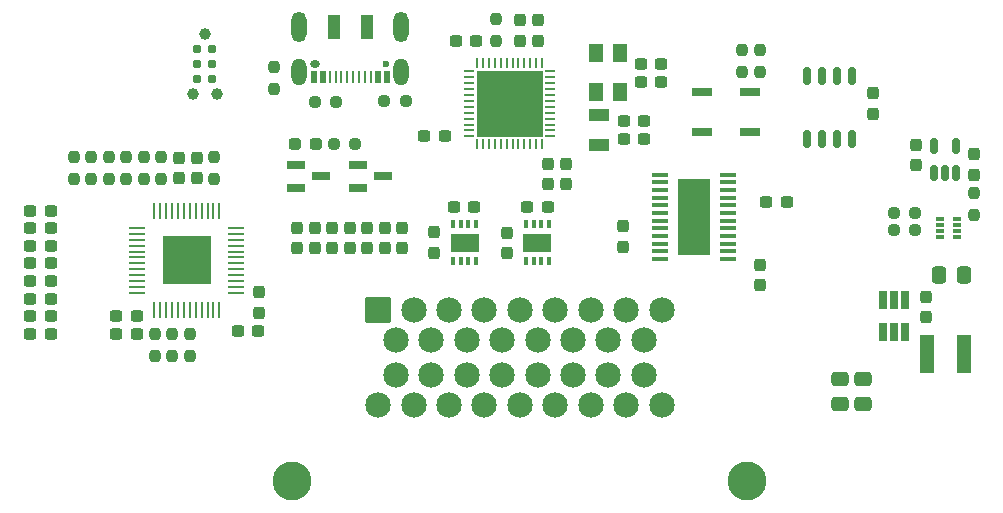
<source format=gts>
G04 #@! TF.GenerationSoftware,KiCad,Pcbnew,(7.0.0)*
G04 #@! TF.CreationDate,2023-09-28T17:21:21-04:00*
G04 #@! TF.ProjectId,Brytec_InputModuleRev2,42727974-6563-45f4-996e-7075744d6f64,rev?*
G04 #@! TF.SameCoordinates,Original*
G04 #@! TF.FileFunction,Soldermask,Top*
G04 #@! TF.FilePolarity,Negative*
%FSLAX46Y46*%
G04 Gerber Fmt 4.6, Leading zero omitted, Abs format (unit mm)*
G04 Created by KiCad (PCBNEW (7.0.0)) date 2023-09-28 17:21:21*
%MOMM*%
%LPD*%
G01*
G04 APERTURE LIST*
G04 Aperture macros list*
%AMRoundRect*
0 Rectangle with rounded corners*
0 $1 Rounding radius*
0 $2 $3 $4 $5 $6 $7 $8 $9 X,Y pos of 4 corners*
0 Add a 4 corners polygon primitive as box body*
4,1,4,$2,$3,$4,$5,$6,$7,$8,$9,$2,$3,0*
0 Add four circle primitives for the rounded corners*
1,1,$1+$1,$2,$3*
1,1,$1+$1,$4,$5*
1,1,$1+$1,$6,$7*
1,1,$1+$1,$8,$9*
0 Add four rect primitives between the rounded corners*
20,1,$1+$1,$2,$3,$4,$5,0*
20,1,$1+$1,$4,$5,$6,$7,0*
20,1,$1+$1,$6,$7,$8,$9,0*
20,1,$1+$1,$8,$9,$2,$3,0*%
G04 Aperture macros list end*
%ADD10RoundRect,0.237500X0.237500X-0.300000X0.237500X0.300000X-0.237500X0.300000X-0.237500X-0.300000X0*%
%ADD11R,1.800000X1.000000*%
%ADD12RoundRect,0.237500X-0.250000X-0.237500X0.250000X-0.237500X0.250000X0.237500X-0.250000X0.237500X0*%
%ADD13RoundRect,0.237500X0.300000X0.237500X-0.300000X0.237500X-0.300000X-0.237500X0.300000X-0.237500X0*%
%ADD14RoundRect,0.250000X-0.475000X0.337500X-0.475000X-0.337500X0.475000X-0.337500X0.475000X0.337500X0*%
%ADD15RoundRect,0.070000X-0.650000X-0.300000X0.650000X-0.300000X0.650000X0.300000X-0.650000X0.300000X0*%
%ADD16RoundRect,0.237500X0.250000X0.237500X-0.250000X0.237500X-0.250000X-0.237500X0.250000X-0.237500X0*%
%ADD17RoundRect,0.237500X0.237500X-0.250000X0.237500X0.250000X-0.237500X0.250000X-0.237500X-0.250000X0*%
%ADD18R,0.350000X0.650000*%
%ADD19R,2.400000X1.550000*%
%ADD20RoundRect,0.150000X0.150000X-0.512500X0.150000X0.512500X-0.150000X0.512500X-0.150000X-0.512500X0*%
%ADD21R,1.300000X1.600000*%
%ADD22R,1.700000X0.800000*%
%ADD23RoundRect,0.237500X-0.300000X-0.237500X0.300000X-0.237500X0.300000X0.237500X-0.300000X0.237500X0*%
%ADD24C,3.300000*%
%ADD25RoundRect,0.102000X-0.975000X-0.975000X0.975000X-0.975000X0.975000X0.975000X-0.975000X0.975000X0*%
%ADD26C,2.154000*%
%ADD27RoundRect,0.150000X-0.150000X0.625000X-0.150000X-0.625000X0.150000X-0.625000X0.150000X0.625000X0*%
%ADD28RoundRect,0.012800X-0.317200X-0.147200X0.317200X-0.147200X0.317200X0.147200X-0.317200X0.147200X0*%
%ADD29RoundRect,0.237500X-0.237500X0.250000X-0.237500X-0.250000X0.237500X-0.250000X0.237500X0.250000X0*%
%ADD30C,0.600000*%
%ADD31R,1.000000X2.000000*%
%ADD32O,0.850000X0.600000*%
%ADD33R,0.520000X1.000000*%
%ADD34R,0.270000X1.000000*%
%ADD35O,1.300000X2.300000*%
%ADD36O,1.300000X2.600000*%
%ADD37R,1.320000X0.450000*%
%ADD38R,2.770000X6.400000*%
%ADD39R,0.650000X1.560000*%
%ADD40R,0.279400X1.346200*%
%ADD41R,1.346200X0.279400*%
%ADD42R,4.140200X4.140200*%
%ADD43C,0.990600*%
%ADD44C,0.787400*%
%ADD45RoundRect,0.237500X-0.287500X-0.237500X0.287500X-0.237500X0.287500X0.237500X-0.287500X0.237500X0*%
%ADD46RoundRect,0.237500X-0.237500X0.300000X-0.237500X-0.300000X0.237500X-0.300000X0.237500X0.300000X0*%
%ADD47RoundRect,0.062500X0.375000X0.062500X-0.375000X0.062500X-0.375000X-0.062500X0.375000X-0.062500X0*%
%ADD48RoundRect,0.062500X0.062500X0.375000X-0.062500X0.375000X-0.062500X-0.375000X0.062500X-0.375000X0*%
%ADD49R,5.600000X5.600000*%
%ADD50R,1.200000X3.300000*%
%ADD51RoundRect,0.250000X0.337500X0.475000X-0.337500X0.475000X-0.337500X-0.475000X0.337500X-0.475000X0*%
G04 APERTURE END LIST*
D10*
X119735600Y-118159700D03*
X119735600Y-116434700D03*
D11*
X133705599Y-106496799D03*
X133705599Y-108996799D03*
D12*
X158661700Y-116259000D03*
X160486700Y-116259000D03*
D10*
X147320000Y-120902900D03*
X147320000Y-119177900D03*
D13*
X94564200Y-123520200D03*
X92839200Y-123520200D03*
X87273300Y-116080707D03*
X85548300Y-116080707D03*
D14*
X156069000Y-128861300D03*
X156069000Y-130936300D03*
D15*
X113300800Y-110733800D03*
X113300800Y-112633800D03*
X115400800Y-111683800D03*
D10*
X165456800Y-111527100D03*
X165456800Y-109802100D03*
X125882400Y-118184000D03*
X125882400Y-116459000D03*
X161358600Y-123623900D03*
X161358600Y-121898900D03*
D16*
X113080800Y-108940600D03*
X111255800Y-108940600D03*
D10*
X109615920Y-117779800D03*
X109615920Y-116054800D03*
D17*
X101117400Y-111895600D03*
X101117400Y-110070600D03*
D18*
X129463999Y-115747799D03*
X128813999Y-115747799D03*
X128163999Y-115747799D03*
X127513999Y-115747799D03*
X127513999Y-118847799D03*
X128163999Y-118847799D03*
X128813999Y-118847799D03*
X129463999Y-118847799D03*
D19*
X128488999Y-117297799D03*
D13*
X104824700Y-124740500D03*
X103099700Y-124740500D03*
D20*
X162053200Y-111402100D03*
X163003200Y-111402100D03*
X163953200Y-111402100D03*
X163953200Y-109127100D03*
X162053200Y-109127100D03*
D18*
X123291599Y-115747799D03*
X122641599Y-115747799D03*
X121991599Y-115747799D03*
X121341599Y-115747799D03*
X121341599Y-118847799D03*
X121991599Y-118847799D03*
X122641599Y-118847799D03*
X123291599Y-118847799D03*
D19*
X122316599Y-117297799D03*
D10*
X114080280Y-117779800D03*
X114080280Y-116054800D03*
D13*
X87273300Y-114591476D03*
X85548300Y-114591476D03*
X137513400Y-107035600D03*
X135788400Y-107035600D03*
X87273300Y-123526862D03*
X85548300Y-123526862D03*
D10*
X130890700Y-112342100D03*
X130890700Y-110617100D03*
D21*
X135455599Y-104570799D03*
X135455599Y-101270799D03*
X133455599Y-101270799D03*
X133455599Y-104570799D03*
D22*
X142392399Y-104522799D03*
X142392399Y-107922799D03*
X146507199Y-104522799D03*
X146507199Y-107922799D03*
D17*
X97586800Y-126896500D03*
X97586800Y-125071500D03*
D23*
X118903000Y-108304600D03*
X120628000Y-108304600D03*
D17*
X89242500Y-111895600D03*
X89242500Y-110070600D03*
D15*
X108051600Y-110733800D03*
X108051600Y-112633800D03*
X110151600Y-111683800D03*
D24*
X107750000Y-137500000D03*
X146250000Y-137500000D03*
D25*
X115000000Y-123000000D03*
D26*
X118000000Y-123000000D03*
X121000000Y-123000000D03*
X124000000Y-123000000D03*
X127000000Y-123000000D03*
X130000000Y-123000000D03*
X133000000Y-123000000D03*
X136000000Y-123000000D03*
X139000000Y-123000000D03*
X116500000Y-125500000D03*
X119500000Y-125500000D03*
X122500000Y-125500000D03*
X125500000Y-125500000D03*
X128500000Y-125500000D03*
X131500000Y-125500000D03*
X134500000Y-125500000D03*
X137500000Y-125500000D03*
X116500000Y-128500000D03*
X119500000Y-128500000D03*
X122500000Y-128500000D03*
X125500000Y-128500000D03*
X128500000Y-128500000D03*
X131500000Y-128500000D03*
X134500000Y-128500000D03*
X137500000Y-128500000D03*
X115000000Y-131000000D03*
X118000000Y-131000000D03*
X121000000Y-131000000D03*
X124000000Y-131000000D03*
X127000000Y-131000000D03*
X130000000Y-131000000D03*
X133000000Y-131000000D03*
X136000000Y-131000000D03*
X139000000Y-131000000D03*
D27*
X155117800Y-103192200D03*
X153847800Y-103192200D03*
X152577800Y-103192200D03*
X151307800Y-103192200D03*
X151307800Y-108542200D03*
X152577800Y-108542200D03*
X153847800Y-108542200D03*
X155117800Y-108542200D03*
D10*
X135712200Y-117626300D03*
X135712200Y-115901300D03*
X115568400Y-117779800D03*
X115568400Y-116054800D03*
D17*
X90723400Y-111895600D03*
X90723400Y-110070600D03*
D10*
X108127800Y-117779800D03*
X108127800Y-116054800D03*
D13*
X87273300Y-119059169D03*
X85548300Y-119059169D03*
D28*
X162547600Y-115331200D03*
X162547600Y-115831200D03*
X162547600Y-116331200D03*
X162547600Y-116831200D03*
X164017600Y-116831200D03*
X164017600Y-116331200D03*
X164017600Y-115831200D03*
X164017600Y-115331200D03*
D13*
X149579500Y-113842800D03*
X147854500Y-113842800D03*
D17*
X99060000Y-126896500D03*
X99060000Y-125071500D03*
X95166100Y-111895600D03*
X95166100Y-110070600D03*
D29*
X165467000Y-113087800D03*
X165467000Y-114912800D03*
D17*
X96647000Y-111895600D03*
X96647000Y-110070600D03*
X92204300Y-111895600D03*
X92204300Y-110070600D03*
D10*
X99634121Y-111859400D03*
X99634121Y-110134400D03*
X112592160Y-117779800D03*
X112592160Y-116054800D03*
D30*
X115646200Y-102158800D03*
D31*
X114046199Y-99058799D03*
X111246199Y-99058799D03*
D32*
X109646199Y-102158799D03*
D33*
X115746199Y-103258799D03*
X114996199Y-103258799D03*
D34*
X114396199Y-103258799D03*
X112896199Y-103258799D03*
X111896199Y-103258799D03*
X110896199Y-103258799D03*
D33*
X110296199Y-103258799D03*
X109546199Y-103258799D03*
X109546199Y-103258799D03*
X110296199Y-103258799D03*
D34*
X111396199Y-103258799D03*
X112396199Y-103258799D03*
X113396199Y-103258799D03*
X113896199Y-103258799D03*
D33*
X114996199Y-103258799D03*
X115746199Y-103258799D03*
D35*
X116966199Y-102883799D03*
D36*
X116966199Y-99058799D03*
D35*
X108326199Y-102883799D03*
D36*
X108326199Y-99058799D03*
D17*
X96113600Y-126896500D03*
X96113600Y-125071500D03*
D10*
X104902000Y-123215400D03*
X104902000Y-121490400D03*
D13*
X87273300Y-125016093D03*
X85548300Y-125016093D03*
X87273300Y-122037631D03*
X85548300Y-122037631D03*
X138986600Y-102184200D03*
X137261600Y-102184200D03*
D10*
X128498600Y-100200900D03*
X128498600Y-98475900D03*
D13*
X87273300Y-120548400D03*
X85548300Y-120548400D03*
D37*
X138902399Y-111537799D03*
X138902399Y-112187799D03*
X138902399Y-112837799D03*
X138902399Y-113487799D03*
X138902399Y-114137799D03*
X138902399Y-114787799D03*
X138902399Y-115437799D03*
X138902399Y-116087799D03*
X138902399Y-116737799D03*
X138902399Y-117387799D03*
X138902399Y-118037799D03*
X138902399Y-118687799D03*
X144612399Y-118687799D03*
X144612399Y-118037799D03*
X144612399Y-117387799D03*
X144612399Y-116737799D03*
X144612399Y-116087799D03*
X144612399Y-115437799D03*
X144612399Y-114787799D03*
X144612399Y-114137799D03*
X144612399Y-113487799D03*
X144612399Y-112837799D03*
X144612399Y-112187799D03*
X144612399Y-111537799D03*
D38*
X141757399Y-115112799D03*
D10*
X156865400Y-106385200D03*
X156865400Y-104660200D03*
D12*
X115521100Y-105333800D03*
X117346100Y-105333800D03*
D13*
X138986600Y-103657400D03*
X137261600Y-103657400D03*
D10*
X126993000Y-100200900D03*
X126993000Y-98475900D03*
X111104040Y-117779800D03*
X111104040Y-116054800D03*
D39*
X159619999Y-122118799D03*
X158669999Y-122118799D03*
X157719999Y-122118799D03*
X157719999Y-124818799D03*
X158669999Y-124818799D03*
X159619999Y-124818799D03*
D23*
X121393700Y-114281700D03*
X123118700Y-114281700D03*
D16*
X160486700Y-114760400D03*
X158661700Y-114760400D03*
D29*
X145821400Y-101017700D03*
X145821400Y-102842700D03*
D10*
X129417500Y-112342100D03*
X129417500Y-110617100D03*
D16*
X111453300Y-105384600D03*
X109628300Y-105384600D03*
D29*
X124947100Y-98400500D03*
X124947100Y-100225500D03*
D17*
X93685200Y-111895600D03*
X93685200Y-110070600D03*
D29*
X106197400Y-102465500D03*
X106197400Y-104290500D03*
D13*
X94564200Y-124993400D03*
X92839200Y-124993400D03*
X87273300Y-117569938D03*
X85548300Y-117569938D03*
D40*
X96055306Y-122974099D03*
X96555432Y-122974099D03*
X97055558Y-122974099D03*
X97555684Y-122974099D03*
X98055810Y-122974099D03*
X98555936Y-122974099D03*
X99056062Y-122974099D03*
X99556188Y-122974099D03*
X100056314Y-122974099D03*
X100556440Y-122974099D03*
X101056566Y-122974099D03*
X101556692Y-122974099D03*
D41*
X102984299Y-121546492D03*
X102984299Y-121046366D03*
X102984299Y-120546240D03*
X102984299Y-120046114D03*
X102984299Y-119545988D03*
X102984299Y-119045862D03*
X102984299Y-118545736D03*
X102984299Y-118045610D03*
X102984299Y-117545484D03*
X102984299Y-117045358D03*
X102984299Y-116545232D03*
X102984299Y-116045106D03*
D40*
X101556692Y-114617499D03*
X101056566Y-114617499D03*
X100556440Y-114617499D03*
X100056314Y-114617499D03*
X99556188Y-114617499D03*
X99056062Y-114617499D03*
X98555936Y-114617499D03*
X98055810Y-114617499D03*
X97555684Y-114617499D03*
X97055558Y-114617499D03*
X96555432Y-114617499D03*
X96055306Y-114617499D03*
D41*
X94627699Y-116045106D03*
X94627699Y-116545232D03*
X94627699Y-117045358D03*
X94627699Y-117545484D03*
X94627699Y-118045610D03*
X94627699Y-118545736D03*
X94627699Y-119045862D03*
X94627699Y-119545988D03*
X94627699Y-120046114D03*
X94627699Y-120546240D03*
X94627699Y-121046366D03*
X94627699Y-121546492D03*
D42*
X98805999Y-118795799D03*
D10*
X117056520Y-117779800D03*
X117056520Y-116054800D03*
X98127693Y-111859400D03*
X98127693Y-110134400D03*
D43*
X100330000Y-99669600D03*
X101346000Y-104749600D03*
X99314000Y-104749600D03*
D44*
X99695000Y-100939600D03*
X100965000Y-100939600D03*
X99695000Y-102209600D03*
X100965000Y-102209600D03*
X99695000Y-103479600D03*
X100965000Y-103479600D03*
D45*
X107979100Y-108940600D03*
X109729100Y-108940600D03*
D46*
X160529200Y-109002100D03*
X160529200Y-110727100D03*
D23*
X121570000Y-100252800D03*
X123295000Y-100252800D03*
D47*
X129566400Y-108294500D03*
X129566400Y-107794500D03*
X129566400Y-107294500D03*
X129566400Y-106794500D03*
X129566400Y-106294500D03*
X129566400Y-105794500D03*
X129566400Y-105294500D03*
X129566400Y-104794500D03*
X129566400Y-104294500D03*
X129566400Y-103794500D03*
X129566400Y-103294500D03*
X129566400Y-102794500D03*
D48*
X128878900Y-102107000D03*
X128378900Y-102107000D03*
X127878900Y-102107000D03*
X127378900Y-102107000D03*
X126878900Y-102107000D03*
X126378900Y-102107000D03*
X125878900Y-102107000D03*
X125378900Y-102107000D03*
X124878900Y-102107000D03*
X124378900Y-102107000D03*
X123878900Y-102107000D03*
X123378900Y-102107000D03*
D47*
X122691400Y-102794500D03*
X122691400Y-103294500D03*
X122691400Y-103794500D03*
X122691400Y-104294500D03*
X122691400Y-104794500D03*
X122691400Y-105294500D03*
X122691400Y-105794500D03*
X122691400Y-106294500D03*
X122691400Y-106794500D03*
X122691400Y-107294500D03*
X122691400Y-107794500D03*
X122691400Y-108294500D03*
D48*
X123378900Y-108982000D03*
X123878900Y-108982000D03*
X124378900Y-108982000D03*
X124878900Y-108982000D03*
X125378900Y-108982000D03*
X125878900Y-108982000D03*
X126378900Y-108982000D03*
X126878900Y-108982000D03*
X127378900Y-108982000D03*
X127878900Y-108982000D03*
X128378900Y-108982000D03*
X128878900Y-108982000D03*
D49*
X126128899Y-105544499D03*
D14*
X154100400Y-128861300D03*
X154100400Y-130936300D03*
D17*
X147294600Y-102842700D03*
X147294600Y-101017700D03*
D23*
X127636100Y-114274600D03*
X129361100Y-114274600D03*
D13*
X137513400Y-108508800D03*
X135788400Y-108508800D03*
D50*
X161478599Y-126723799D03*
X164578599Y-126723799D03*
D51*
X164586100Y-120043600D03*
X162511100Y-120043600D03*
M02*

</source>
